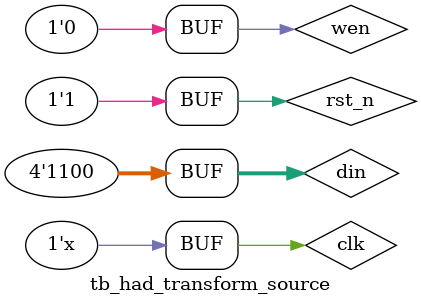
<source format=v>
`timescale 1ns / 1ps

        module tb_had_transform_source();

    reg [3:0] din;
    reg clk;
    reg rst_n;
    reg wen;
    

   
   
    
    

  
  
    had_transform_source uut (
        .din(din),
        .clk(clk),
        .rst_n(rst_n),
        .wen(wen)
        //,
        //.ren(ren),
        //.fifo_2_rd_en_butt(fifo_2_rd_en_butt),
        //.ledout(ledout)
        
         
        
       
    );

    // Clock generation
    always #5 clk = ~clk;  // 100 MHz clock

    initial begin
        // Initialize inputs
        clk = 0;
        rst_n = 0;
        wen = 0;
       
        
        #100;
        rst_n = 1;
       
         #20;
        din = 4'd12; wen = 1'b1; // Write value 0
     
        #10 wen = 0; // Disable write
        #20 din = 4'd12; wen = 1;  // Write value 1
     
        #20 wen = 0;
        #20 din = 4'd12; wen = 1;// Write value 2
        #50 wen = 0;
        #20 din = 4'd12; wen = 1;  // Write value 3
        #20 wen = 0;
        #10 din = 4'd12; wen = 1;  // Write value 4
        #70 wen = 0;
        #20 din = 4'd12; wen = 1;  // Write value 5
        #20 wen = 0;
        #20 din = 4'd12; wen = 1;  // Write value 6
        #70 wen = 0;
        #20 din = 4'd12; wen = 1; // Write value 7
        #90 wen = 0;
        #20 din = 4'd12; wen = 1;  // Write value 8
        #20 wen = 0;
        #20 din = 4'd12; wen = 1;  // Write value 9
        #20 wen = 0;
        #20 din = 4'd12; wen = 1;// Write value 10
        #20 wen = 0;
        #20 din = 4'd12; wen = 1;  // Write value 11
        #20 wen = 0;
        #20 din = 4'd12; wen = 1;  // Write value 12
        #20 wen = 0;
        #20 din = 4'd12; wen = 1;  // Write value 13
        #20 wen = 0;
        #20 din = 4'd12; wen = 1;  // Write value 14
        #20 wen = 0;
        #20 din = 4'd12; wen = 1; // Write value 15
        #20 wen = 0;
        

      
    end

endmodule


</source>
